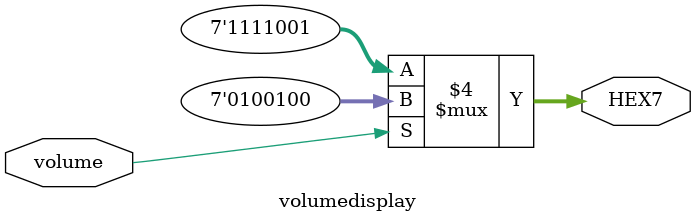
<source format=v>
module volumedisplay(
input volume, 
output reg [6:0] HEX7
);

always @(*)
begin
	if (volume == 1'b1)
		HEX7 = 7'b0100100;
	else
		HEX7 = 7'b1111001;
end

endmodule
</source>
